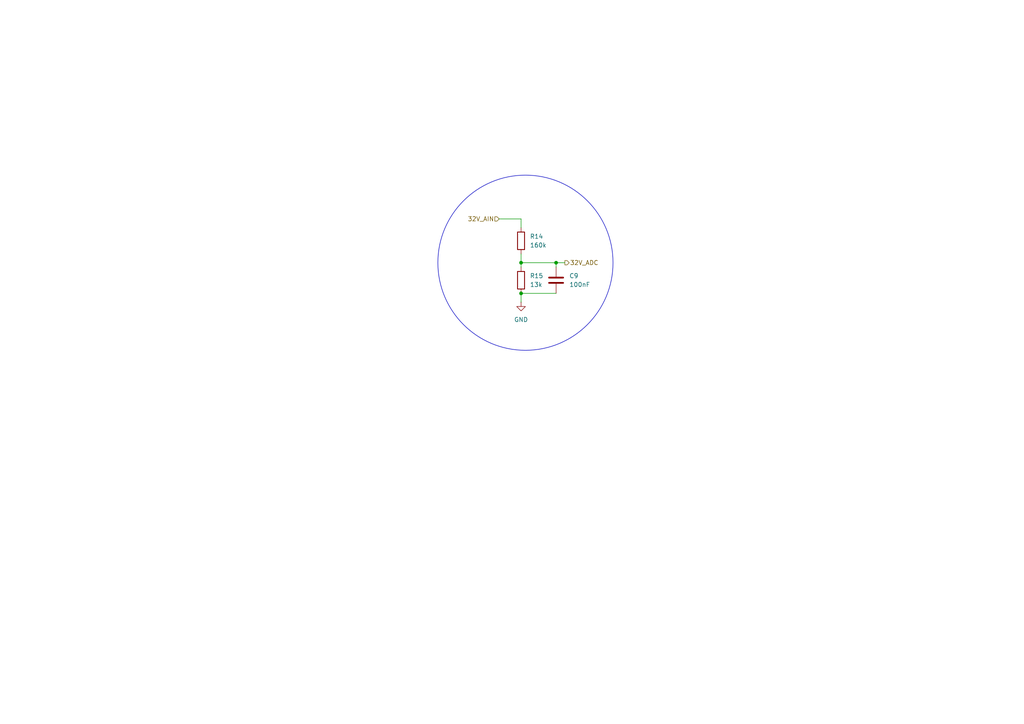
<source format=kicad_sch>
(kicad_sch (version 20250114) (generator "eeschema") (generator_version "9.0")
  (paper "A4")
  (lib_symbols
    (symbol "Device:C" (pin_numbers (hide yes)) (pin_names (offset 0.254))
      (property "Reference" "C" (at 0.635 2.54 0))
      (property "Value" "C" (at 0.635 -2.54 0))
      (symbol "C_0_1"
        (polyline (pts (xy -2.032 0.762) (xy 2.032 0.762)) (stroke (width 0.508)))
        (polyline (pts (xy -2.032 -0.762) (xy 2.032 -0.762)) (stroke (width 0.508)))
      )
      (symbol "C_1_1"
        (pin passive line (at 0 3.81 270) (length 2.794) (name "~") (number "1"))
        (pin passive line (at 0 -3.81 90) (length 2.794) (name "~") (number "2"))
      )
    )
    (symbol "Device:R" (pin_numbers (hide yes)) (pin_names (offset 0))
      (property "Reference" "R" (at 2.032 0 90))
      (property "Value" "R" (at 0 0 90))
      (symbol "R_0_1"
        (rectangle (start -1.016 -2.54) (end 1.016 2.54) (stroke (width 0.254)))
      )
      (symbol "R_1_1"
        (pin passive line (at 0 3.81 270) (length 1.27) (name "~") (number "1"))
        (pin passive line (at 0 -3.81 90) (length 1.27) (name "~") (number "2"))
      )
    )
    (symbol "power:GND" (power) (pin_numbers (hide yes)) (pin_names (offset 0) (hide yes))
      (property "Value" "GND" (at 0 -3.81 0))
      (symbol "GND_0_1"
        (polyline (pts (xy 0 0) (xy 0 -1.27) (xy 1.27 -1.27) (xy 0 -2.54) (xy -1.27 -1.27) (xy 0 -1.27)))
      )
      (symbol "GND_1_1"
        (pin power_in line (at 0 0 270) (length 0) (name "~") (number "1"))
      )
    )
  )
  (circle (center 152.4 76.2) (radius 25.4))
  (junction (at 151.13 76.2))
  (junction (at 151.13 85.09))
  (junction (at 161.29 76.2))
  (wire (pts (xy 151.13 76.2) (xy 151.13 77.47)))
  (wire (pts (xy 161.29 76.2) (xy 163.83 76.2)))
  (wire (pts (xy 151.13 85.09) (xy 151.13 87.63)))
  (wire (pts (xy 151.13 73.66) (xy 151.13 76.2)))
  (wire (pts (xy 161.29 77.47) (xy 161.29 76.2)))
  (wire (pts (xy 151.13 76.2) (xy 161.29 76.2)))
  (wire (pts (xy 151.13 63.5) (xy 151.13 66.04)))
  (wire (pts (xy 144.78 63.5) (xy 151.13 63.5)))
  (wire (pts (xy 151.13 85.09) (xy 161.29 85.09)))
  (hierarchical_label "32V_ADC" (shape output) (at 163.83 76.2 0))
  (hierarchical_label "32V_AIN" (shape input) (at 144.78 63.5 180))
  (symbol (lib_id "Device:R") (at 151.13 81.28 0) (unit 1)
    (property "Reference" "R15" (at 153.67 80.0099 0) (effects (justify left)))
    (property "Value" "13k" (at 153.67 82.5499 0) (effects (justify left)))
    (property "Description" "Resistor" (effects (hide yes)))
  )
  (symbol (lib_id "Device:C") (at 161.29 81.28 0) (unit 1)
    (property "Reference" "C9" (at 165.1 80.0099 0) (effects (justify left)))
    (property "Value" "100nF" (at 165.1 82.5499 0) (effects (justify left)))
    (property "Description" "Unpolarized capacitor" (effects (hide yes)))
  )
  (symbol (lib_id "power:GND") (at 151.13 87.63 0) (unit 1)
    (property "Reference" "#PWR038" (effects (hide yes)))
    (property "Value" "GND" (at 151.13 92.71 0))
    (property "Description" "Power symbol creates a global label with name \"GND\" , ground" (effects (hide yes)))
  )
  (symbol (lib_id "Device:R") (at 151.13 69.85 0) (unit 1)
    (property "Reference" "R14" (at 153.67 68.5799 0) (effects (justify left)))
    (property "Value" "160k" (at 153.67 71.1199 0) (effects (justify left)))
    (property "Description" "Resistor" (effects (hide yes)))
  )
)
</source>
